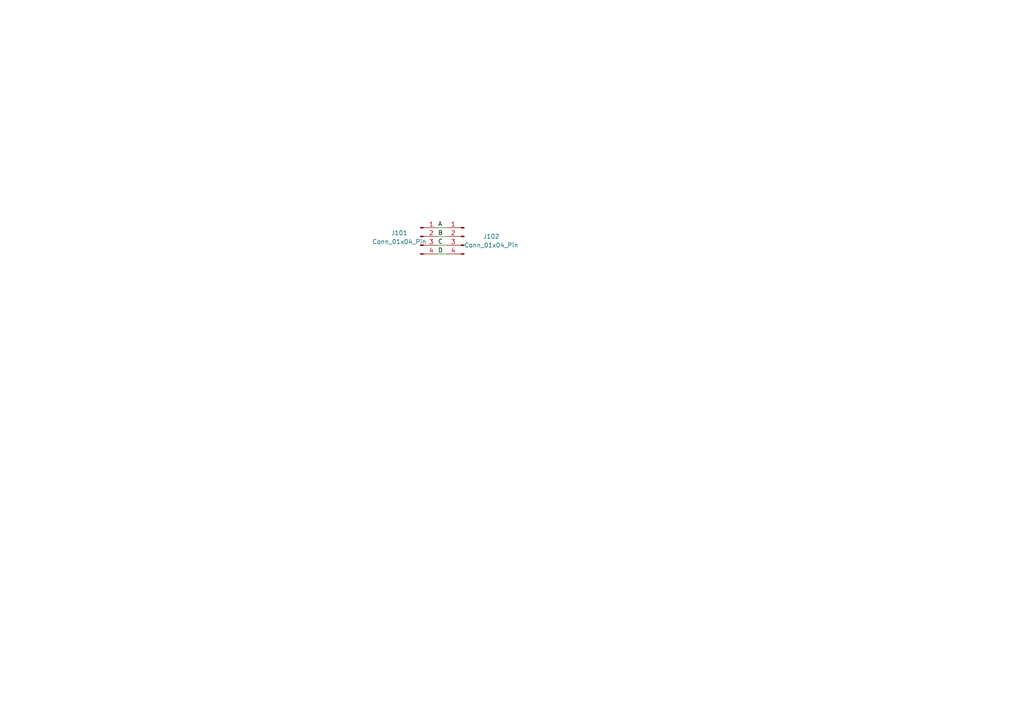
<source format=kicad_sch>
(kicad_sch (version 20250114) (generator "eeschema") (generator_version "9.0")
  (paper "A4")
  (lib_symbols
    (symbol "Connector:Conn_01x04_Pin" (pin_names (offset 1.016) (hide yes))
      (property "Reference" "J" (at 0 5.08 0))
      (property "Value" "Conn_01x04_Pin" (at 0 -7.62 0))
      (symbol "Conn_01x04_Pin_1_1"
        (rectangle (start 0.8636 2.667) (end 0 2.413) (stroke (width 0.1524)) (fill (type outline)))
        (rectangle (start 0.8636 0.127) (end 0 -0.127) (stroke (width 0.1524)) (fill (type outline)))
        (rectangle (start 0.8636 -2.413) (end 0 -2.667) (stroke (width 0.1524)) (fill (type outline)))
        (rectangle (start 0.8636 -4.953) (end 0 -5.207) (stroke (width 0.1524)) (fill (type outline)))
        (polyline (pts (xy 1.27 2.54) (xy 0.8636 2.54)) (stroke (width 0.1524)))
        (polyline (pts (xy 1.27 0) (xy 0.8636 0)) (stroke (width 0.1524)))
        (polyline (pts (xy 1.27 -2.54) (xy 0.8636 -2.54)) (stroke (width 0.1524)))
        (polyline (pts (xy 1.27 -5.08) (xy 0.8636 -5.08)) (stroke (width 0.1524)))
        (pin passive line (at 5.08 2.54 180) (length 3.81) (name "Pin_1") (number "1"))
        (pin passive line (at 5.08 0 180) (length 3.81) (name "Pin_2") (number "2"))
        (pin passive line (at 5.08 -2.54 180) (length 3.81) (name "Pin_3") (number "3"))
        (pin passive line (at 5.08 -5.08 180) (length 3.81) (name "Pin_4") (number "4"))
      )
    )
  )
  (wire (pts (xy 129.54 73.66) (xy 127 73.66)))
  (wire (pts (xy 129.54 68.58) (xy 127 68.58)))
  (wire (pts (xy 129.54 66.04) (xy 127 66.04)))
  (wire (pts (xy 129.54 71.12) (xy 127 71.12)))
  (label "D" (at 127 73.66 0))
  (label "B" (at 127 68.58 0))
  (label "A" (at 127 66.04 0))
  (label "C" (at 127 71.12 0))
  (symbol (lib_id "Connector:Conn_01x04_Pin") (at 121.92 68.58 0) (unit 1)
    (property "Reference" "J101" (at 115.824 67.564 0))
    (property "Value" "Conn_01x04_Pin" (at 115.824 70.104 0))
    (property "Footprint" "Bluesat:S4P-VH" (effects (hide yes)))
    (property "Description" "Generic connector, single row, 01x04, script generated" (effects (hide yes)))
  )
  (symbol (lib_id "Connector:Conn_01x04_Pin") (at 134.62 68.58 0) (mirror y) (unit 1)
    (property "Reference" "J102" (at 142.494 68.58 0))
    (property "Value" "Conn_01x04_Pin" (at 142.494 71.12 0))
    (property "Footprint" "Bluesat:S4P-VH" (effects (hide yes)))
    (property "Description" "Generic connector, single row, 01x04, script generated" (effects (hide yes)))
  )
)
</source>
